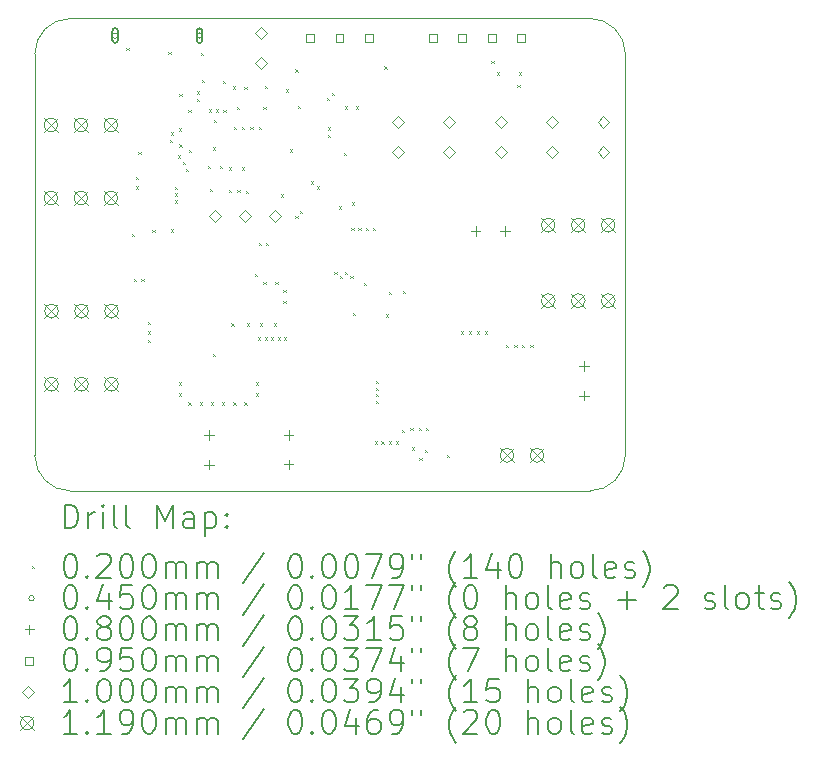
<source format=gbr>
%TF.GenerationSoftware,KiCad,Pcbnew,(6.0.7)*%
%TF.CreationDate,2022-10-27T11:43:51+02:00*%
%TF.ProjectId,hydCircCon,68796443-6972-4634-936f-6e2e6b696361,rev?*%
%TF.SameCoordinates,Original*%
%TF.FileFunction,Drillmap*%
%TF.FilePolarity,Positive*%
%FSLAX45Y45*%
G04 Gerber Fmt 4.5, Leading zero omitted, Abs format (unit mm)*
G04 Created by KiCad (PCBNEW (6.0.7)) date 2022-10-27 11:43:51*
%MOMM*%
%LPD*%
G01*
G04 APERTURE LIST*
%ADD10C,0.100000*%
%ADD11C,0.200000*%
%ADD12C,0.020000*%
%ADD13C,0.045000*%
%ADD14C,0.080000*%
%ADD15C,0.095000*%
%ADD16C,0.119000*%
G04 APERTURE END LIST*
D10*
X14825000Y-8950000D02*
X14825000Y-12350000D01*
X19525000Y-8650000D02*
X15125000Y-8650000D01*
X19825000Y-8950000D02*
X19825000Y-12350000D01*
X14825000Y-12350000D02*
G75*
G03*
X15125000Y-12650000I300000J0D01*
G01*
X19525000Y-12650000D02*
G75*
G03*
X19825000Y-12350000I0J300000D01*
G01*
X15125000Y-8650000D02*
G75*
G03*
X14825000Y-8950000I0J-300000D01*
G01*
X19825000Y-8950000D02*
G75*
G03*
X19525000Y-8650000I-300000J0D01*
G01*
X19525000Y-12650000D02*
X15125000Y-12650000D01*
D11*
D12*
X15600000Y-8900000D02*
X15620000Y-8920000D01*
X15620000Y-8900000D02*
X15600000Y-8920000D01*
X15645000Y-10475000D02*
X15665000Y-10495000D01*
X15665000Y-10475000D02*
X15645000Y-10495000D01*
X15665000Y-10855000D02*
X15685000Y-10875000D01*
X15685000Y-10855000D02*
X15665000Y-10875000D01*
X15678887Y-10071113D02*
X15698887Y-10091113D01*
X15698887Y-10071113D02*
X15678887Y-10091113D01*
X15680000Y-9990000D02*
X15700000Y-10010000D01*
X15700000Y-9990000D02*
X15680000Y-10010000D01*
X15700000Y-9780000D02*
X15720000Y-9800000D01*
X15720000Y-9780000D02*
X15700000Y-9800000D01*
X15727650Y-10855000D02*
X15747650Y-10875000D01*
X15747650Y-10855000D02*
X15727650Y-10875000D01*
X15780000Y-11220000D02*
X15800000Y-11240000D01*
X15800000Y-11220000D02*
X15780000Y-11240000D01*
X15780000Y-11300000D02*
X15800000Y-11320000D01*
X15800000Y-11300000D02*
X15780000Y-11320000D01*
X15780000Y-11370000D02*
X15800000Y-11390000D01*
X15800000Y-11370000D02*
X15780000Y-11390000D01*
X15820000Y-10440000D02*
X15840000Y-10460000D01*
X15840000Y-10440000D02*
X15820000Y-10460000D01*
X15955000Y-8930000D02*
X15975000Y-8950000D01*
X15975000Y-8930000D02*
X15955000Y-8950000D01*
X15970000Y-9680000D02*
X15990000Y-9700000D01*
X15990000Y-9680000D02*
X15970000Y-9700000D01*
X15975000Y-9615000D02*
X15995000Y-9635000D01*
X15995000Y-9615000D02*
X15975000Y-9635000D01*
X15975000Y-10435000D02*
X15995000Y-10455000D01*
X15995000Y-10435000D02*
X15975000Y-10455000D01*
X16010000Y-10074000D02*
X16030000Y-10094000D01*
X16030000Y-10074000D02*
X16010000Y-10094000D01*
X16010000Y-10130000D02*
X16030000Y-10150000D01*
X16030000Y-10130000D02*
X16010000Y-10150000D01*
X16010000Y-10190000D02*
X16030000Y-10210000D01*
X16030000Y-10190000D02*
X16010000Y-10210000D01*
X16035000Y-9810000D02*
X16055000Y-9830000D01*
X16055000Y-9810000D02*
X16035000Y-9830000D01*
X16045000Y-9580000D02*
X16065000Y-9600000D01*
X16065000Y-9580000D02*
X16045000Y-9600000D01*
X16045000Y-11730000D02*
X16065000Y-11750000D01*
X16065000Y-11730000D02*
X16045000Y-11750000D01*
X16045000Y-11825000D02*
X16065000Y-11845000D01*
X16065000Y-11825000D02*
X16045000Y-11845000D01*
X16050000Y-9290000D02*
X16070000Y-9310000D01*
X16070000Y-9290000D02*
X16050000Y-9310000D01*
X16050000Y-9715000D02*
X16070000Y-9735000D01*
X16070000Y-9715000D02*
X16050000Y-9735000D01*
X16079000Y-9861325D02*
X16099000Y-9881325D01*
X16099000Y-9861325D02*
X16079000Y-9881325D01*
X16104400Y-9922903D02*
X16124400Y-9942903D01*
X16124400Y-9922903D02*
X16104400Y-9942903D01*
X16125000Y-9425150D02*
X16145000Y-9445150D01*
X16145000Y-9425150D02*
X16125000Y-9445150D01*
X16125000Y-11900000D02*
X16145000Y-11920000D01*
X16145000Y-11900000D02*
X16125000Y-11920000D01*
X16130000Y-9760000D02*
X16150000Y-9780000D01*
X16150000Y-9760000D02*
X16130000Y-9780000D01*
X16195000Y-9265850D02*
X16215000Y-9285850D01*
X16215000Y-9265850D02*
X16195000Y-9285850D01*
X16195000Y-9328500D02*
X16215000Y-9348500D01*
X16215000Y-9328500D02*
X16195000Y-9348500D01*
X16220000Y-11900000D02*
X16240000Y-11920000D01*
X16240000Y-11900000D02*
X16220000Y-11920000D01*
X16230000Y-8940000D02*
X16250000Y-8960000D01*
X16250000Y-8940000D02*
X16230000Y-8960000D01*
X16240000Y-9170000D02*
X16260000Y-9190000D01*
X16260000Y-9170000D02*
X16240000Y-9190000D01*
X16290709Y-9899779D02*
X16310709Y-9919779D01*
X16310709Y-9899779D02*
X16290709Y-9919779D01*
X16297350Y-9420119D02*
X16317350Y-9440119D01*
X16317350Y-9420119D02*
X16297350Y-9440119D01*
X16305000Y-10090000D02*
X16325000Y-10110000D01*
X16325000Y-10090000D02*
X16305000Y-10110000D01*
X16315000Y-11900000D02*
X16335000Y-11920000D01*
X16335000Y-11900000D02*
X16315000Y-11920000D01*
X16330000Y-9740200D02*
X16350000Y-9760200D01*
X16350000Y-9740200D02*
X16330000Y-9760200D01*
X16330000Y-11490000D02*
X16350000Y-11510000D01*
X16350000Y-11490000D02*
X16330000Y-11510000D01*
X16339800Y-9510000D02*
X16359800Y-9530000D01*
X16359800Y-9510000D02*
X16339800Y-9530000D01*
X16360000Y-9420000D02*
X16380000Y-9440000D01*
X16380000Y-9420000D02*
X16360000Y-9440000D01*
X16390000Y-9900000D02*
X16410000Y-9920000D01*
X16410000Y-9900000D02*
X16390000Y-9920000D01*
X16410000Y-11900000D02*
X16430000Y-11920000D01*
X16430000Y-11900000D02*
X16410000Y-11920000D01*
X16415000Y-9180000D02*
X16435000Y-9200000D01*
X16435000Y-9180000D02*
X16415000Y-9200000D01*
X16422634Y-9421429D02*
X16442634Y-9441429D01*
X16442634Y-9421429D02*
X16422634Y-9441429D01*
X16470000Y-9910000D02*
X16490000Y-9930000D01*
X16490000Y-9910000D02*
X16470000Y-9930000D01*
X16470000Y-10100000D02*
X16490000Y-10120000D01*
X16490000Y-10100000D02*
X16470000Y-10120000D01*
X16490000Y-11230000D02*
X16510000Y-11250000D01*
X16510000Y-11230000D02*
X16490000Y-11250000D01*
X16500000Y-9225000D02*
X16520000Y-9245000D01*
X16520000Y-9225000D02*
X16500000Y-9245000D01*
X16505000Y-11900000D02*
X16525000Y-11920000D01*
X16525000Y-11900000D02*
X16505000Y-11920000D01*
X16510000Y-9570000D02*
X16530000Y-9590000D01*
X16530000Y-9570000D02*
X16510000Y-9590000D01*
X16537231Y-9397350D02*
X16557231Y-9417350D01*
X16557231Y-9397350D02*
X16537231Y-9417350D01*
X16540000Y-10099700D02*
X16560000Y-10119700D01*
X16560000Y-10099700D02*
X16540000Y-10119700D01*
X16580000Y-9570000D02*
X16600000Y-9590000D01*
X16600000Y-9570000D02*
X16580000Y-9590000D01*
X16580000Y-9910000D02*
X16600000Y-9930000D01*
X16600000Y-9910000D02*
X16580000Y-9930000D01*
X16600000Y-9230000D02*
X16620000Y-9250000D01*
X16620000Y-9230000D02*
X16600000Y-9250000D01*
X16600000Y-11900000D02*
X16620000Y-11920000D01*
X16620000Y-11900000D02*
X16600000Y-11920000D01*
X16610000Y-10110000D02*
X16630000Y-10130000D01*
X16630000Y-10110000D02*
X16610000Y-10130000D01*
X16620000Y-11230000D02*
X16640000Y-11250000D01*
X16640000Y-11230000D02*
X16620000Y-11250000D01*
X16650000Y-9570000D02*
X16670000Y-9590000D01*
X16670000Y-9570000D02*
X16650000Y-9590000D01*
X16690000Y-10810000D02*
X16710000Y-10830000D01*
X16710000Y-10810000D02*
X16690000Y-10830000D01*
X16695000Y-11730000D02*
X16715000Y-11750000D01*
X16715000Y-11730000D02*
X16695000Y-11750000D01*
X16695000Y-11825000D02*
X16715000Y-11845000D01*
X16715000Y-11825000D02*
X16695000Y-11845000D01*
X16715000Y-11350000D02*
X16735000Y-11370000D01*
X16735000Y-11350000D02*
X16715000Y-11370000D01*
X16720000Y-9570000D02*
X16740000Y-9590000D01*
X16740000Y-9570000D02*
X16720000Y-9590000D01*
X16720000Y-10550000D02*
X16740000Y-10570000D01*
X16740000Y-10550000D02*
X16720000Y-10570000D01*
X16730000Y-11230000D02*
X16750000Y-11250000D01*
X16750000Y-11230000D02*
X16730000Y-11250000D01*
X16760000Y-9397350D02*
X16780000Y-9417350D01*
X16780000Y-9397350D02*
X16760000Y-9417350D01*
X16760000Y-10880000D02*
X16780000Y-10900000D01*
X16780000Y-10880000D02*
X16760000Y-10900000D01*
X16770000Y-9220000D02*
X16790000Y-9240000D01*
X16790000Y-9220000D02*
X16770000Y-9240000D01*
X16770000Y-11350000D02*
X16790000Y-11370000D01*
X16790000Y-11350000D02*
X16770000Y-11370000D01*
X16780000Y-10550000D02*
X16800000Y-10570000D01*
X16800000Y-10550000D02*
X16780000Y-10570000D01*
X16825000Y-11350000D02*
X16845000Y-11370000D01*
X16845000Y-11350000D02*
X16825000Y-11370000D01*
X16850000Y-11230000D02*
X16870000Y-11250000D01*
X16870000Y-11230000D02*
X16850000Y-11250000D01*
X16860000Y-10880000D02*
X16880000Y-10900000D01*
X16880000Y-10880000D02*
X16860000Y-10900000D01*
X16880000Y-11350000D02*
X16900000Y-11370000D01*
X16900000Y-11350000D02*
X16880000Y-11370000D01*
X16908852Y-10138852D02*
X16928852Y-10158852D01*
X16928852Y-10138852D02*
X16908852Y-10158852D01*
X16930000Y-10950000D02*
X16950000Y-10970000D01*
X16950000Y-10950000D02*
X16930000Y-10970000D01*
X16930000Y-11040000D02*
X16950000Y-11060000D01*
X16950000Y-11040000D02*
X16930000Y-11060000D01*
X16935000Y-11350000D02*
X16955000Y-11370000D01*
X16955000Y-11350000D02*
X16935000Y-11370000D01*
X16950000Y-9250000D02*
X16970000Y-9270000D01*
X16970000Y-9250000D02*
X16950000Y-9270000D01*
X16982500Y-9757500D02*
X17002500Y-9777500D01*
X17002500Y-9757500D02*
X16982500Y-9777500D01*
X17030000Y-9080000D02*
X17050000Y-9100000D01*
X17050000Y-9080000D02*
X17030000Y-9100000D01*
X17030000Y-10320000D02*
X17050000Y-10340000D01*
X17050000Y-10320000D02*
X17030000Y-10340000D01*
X17051225Y-9391301D02*
X17071225Y-9411301D01*
X17071225Y-9391301D02*
X17051225Y-9411301D01*
X17070000Y-10280000D02*
X17090000Y-10300000D01*
X17090000Y-10280000D02*
X17070000Y-10300000D01*
X17160000Y-10028494D02*
X17180000Y-10048494D01*
X17180000Y-10028494D02*
X17160000Y-10048494D01*
X17212506Y-10072494D02*
X17232506Y-10092494D01*
X17232506Y-10072494D02*
X17212506Y-10092494D01*
X17300000Y-9320000D02*
X17320000Y-9340000D01*
X17320000Y-9320000D02*
X17300000Y-9340000D01*
X17305000Y-9572350D02*
X17325000Y-9592350D01*
X17325000Y-9572350D02*
X17305000Y-9592350D01*
X17305000Y-9635000D02*
X17325000Y-9655000D01*
X17325000Y-9635000D02*
X17305000Y-9655000D01*
X17340000Y-9280000D02*
X17360000Y-9300000D01*
X17360000Y-9280000D02*
X17340000Y-9300000D01*
X17360000Y-10795000D02*
X17380000Y-10815000D01*
X17380000Y-10795000D02*
X17360000Y-10815000D01*
X17400000Y-10241000D02*
X17420000Y-10261000D01*
X17420000Y-10241000D02*
X17400000Y-10261000D01*
X17405000Y-10830000D02*
X17425000Y-10850000D01*
X17425000Y-10830000D02*
X17405000Y-10850000D01*
X17440000Y-9790000D02*
X17460000Y-9810000D01*
X17460000Y-9790000D02*
X17440000Y-9810000D01*
X17450000Y-9395000D02*
X17470000Y-9415000D01*
X17470000Y-9395000D02*
X17450000Y-9415000D01*
X17450000Y-10795000D02*
X17470000Y-10815000D01*
X17470000Y-10795000D02*
X17450000Y-10815000D01*
X17495000Y-10830000D02*
X17515000Y-10850000D01*
X17515000Y-10830000D02*
X17495000Y-10850000D01*
X17505000Y-10420000D02*
X17525000Y-10440000D01*
X17525000Y-10420000D02*
X17505000Y-10440000D01*
X17510000Y-10206000D02*
X17530000Y-10226000D01*
X17530000Y-10206000D02*
X17510000Y-10226000D01*
X17520000Y-11145000D02*
X17540000Y-11165000D01*
X17540000Y-11145000D02*
X17520000Y-11165000D01*
X17545000Y-9395000D02*
X17565000Y-9415000D01*
X17565000Y-9395000D02*
X17545000Y-9415000D01*
X17565000Y-10420000D02*
X17585000Y-10440000D01*
X17585000Y-10420000D02*
X17565000Y-10440000D01*
X17612650Y-10890000D02*
X17632650Y-10910000D01*
X17632650Y-10890000D02*
X17612650Y-10910000D01*
X17625000Y-10420000D02*
X17645000Y-10440000D01*
X17645000Y-10420000D02*
X17625000Y-10440000D01*
X17685000Y-10420000D02*
X17705000Y-10440000D01*
X17705000Y-10420000D02*
X17685000Y-10440000D01*
X17702650Y-12230000D02*
X17722650Y-12250000D01*
X17722650Y-12230000D02*
X17702650Y-12250000D01*
X17710000Y-11720000D02*
X17730000Y-11740000D01*
X17730000Y-11720000D02*
X17710000Y-11740000D01*
X17710000Y-11775000D02*
X17730000Y-11795000D01*
X17730000Y-11775000D02*
X17710000Y-11795000D01*
X17710000Y-11830000D02*
X17730000Y-11850000D01*
X17730000Y-11830000D02*
X17710000Y-11850000D01*
X17710000Y-11885000D02*
X17730000Y-11905000D01*
X17730000Y-11885000D02*
X17710000Y-11905000D01*
X17760000Y-12230000D02*
X17780000Y-12250000D01*
X17780000Y-12230000D02*
X17760000Y-12250000D01*
X17785000Y-9056000D02*
X17805000Y-9076000D01*
X17805000Y-9056000D02*
X17785000Y-9076000D01*
X17795000Y-11155000D02*
X17815000Y-11175000D01*
X17815000Y-11155000D02*
X17795000Y-11175000D01*
X17820000Y-12230000D02*
X17840000Y-12250000D01*
X17840000Y-12230000D02*
X17820000Y-12250000D01*
X17825000Y-10965000D02*
X17845000Y-10985000D01*
X17845000Y-10965000D02*
X17825000Y-10985000D01*
X17880000Y-12230000D02*
X17900000Y-12250000D01*
X17900000Y-12230000D02*
X17880000Y-12250000D01*
X17935000Y-12135000D02*
X17955000Y-12155000D01*
X17955000Y-12135000D02*
X17935000Y-12155000D01*
X17940000Y-10955000D02*
X17960000Y-10975000D01*
X17960000Y-10955000D02*
X17940000Y-10975000D01*
X18005000Y-12115000D02*
X18025000Y-12135000D01*
X18025000Y-12115000D02*
X18005000Y-12135000D01*
X18015000Y-12280000D02*
X18035000Y-12300000D01*
X18035000Y-12280000D02*
X18015000Y-12300000D01*
X18075000Y-12115000D02*
X18095000Y-12135000D01*
X18095000Y-12115000D02*
X18075000Y-12135000D01*
X18080000Y-12370000D02*
X18100000Y-12390000D01*
X18100000Y-12370000D02*
X18080000Y-12390000D01*
X18129036Y-12301892D02*
X18149036Y-12321892D01*
X18149036Y-12301892D02*
X18129036Y-12321892D01*
X18135000Y-12115000D02*
X18155000Y-12135000D01*
X18155000Y-12115000D02*
X18135000Y-12135000D01*
X18315000Y-12345000D02*
X18335000Y-12365000D01*
X18335000Y-12345000D02*
X18315000Y-12365000D01*
X18430000Y-11300000D02*
X18450000Y-11320000D01*
X18450000Y-11300000D02*
X18430000Y-11320000D01*
X18500000Y-11300000D02*
X18520000Y-11320000D01*
X18520000Y-11300000D02*
X18500000Y-11320000D01*
X18565000Y-11300000D02*
X18585000Y-11320000D01*
X18585000Y-11300000D02*
X18565000Y-11320000D01*
X18635000Y-11300000D02*
X18655000Y-11320000D01*
X18655000Y-11300000D02*
X18635000Y-11320000D01*
X18690000Y-9010000D02*
X18710000Y-9030000D01*
X18710000Y-9010000D02*
X18690000Y-9030000D01*
X18737500Y-9107500D02*
X18757500Y-9127500D01*
X18757500Y-9107500D02*
X18737500Y-9127500D01*
X18815000Y-11415000D02*
X18835000Y-11435000D01*
X18835000Y-11415000D02*
X18815000Y-11435000D01*
X18885000Y-11415000D02*
X18905000Y-11435000D01*
X18905000Y-11415000D02*
X18885000Y-11435000D01*
X18910000Y-9210000D02*
X18930000Y-9230000D01*
X18930000Y-9210000D02*
X18910000Y-9230000D01*
X18922500Y-9107500D02*
X18942500Y-9127500D01*
X18942500Y-9107500D02*
X18922500Y-9127500D01*
X18950000Y-11415000D02*
X18970000Y-11435000D01*
X18970000Y-11415000D02*
X18950000Y-11435000D01*
X19020000Y-11415000D02*
X19040000Y-11435000D01*
X19040000Y-11415000D02*
X19020000Y-11435000D01*
D13*
X15527500Y-8795000D02*
G75*
G03*
X15527500Y-8795000I-22500J0D01*
G01*
D11*
X15527500Y-8835000D02*
X15527500Y-8755000D01*
X15482500Y-8835000D02*
X15482500Y-8755000D01*
X15527500Y-8755000D02*
G75*
G03*
X15482500Y-8755000I-22500J0D01*
G01*
X15482500Y-8835000D02*
G75*
G03*
X15527500Y-8835000I22500J0D01*
G01*
D13*
X16242500Y-8795000D02*
G75*
G03*
X16242500Y-8795000I-22500J0D01*
G01*
D11*
X16197500Y-8755000D02*
X16197500Y-8835000D01*
X16242500Y-8755000D02*
X16242500Y-8835000D01*
X16197500Y-8835000D02*
G75*
G03*
X16242500Y-8835000I22500J0D01*
G01*
X16242500Y-8755000D02*
G75*
G03*
X16197500Y-8755000I-22500J0D01*
G01*
D14*
X16300000Y-12136762D02*
X16300000Y-12216762D01*
X16260000Y-12176762D02*
X16340000Y-12176762D01*
X16300000Y-12386762D02*
X16300000Y-12466762D01*
X16260000Y-12426762D02*
X16340000Y-12426762D01*
X16975000Y-12135000D02*
X16975000Y-12215000D01*
X16935000Y-12175000D02*
X17015000Y-12175000D01*
X16975000Y-12385000D02*
X16975000Y-12465000D01*
X16935000Y-12425000D02*
X17015000Y-12425000D01*
X18556762Y-10410000D02*
X18556762Y-10490000D01*
X18516762Y-10450000D02*
X18596762Y-10450000D01*
X18806762Y-10410000D02*
X18806762Y-10490000D01*
X18766762Y-10450000D02*
X18846762Y-10450000D01*
X19475000Y-11553238D02*
X19475000Y-11633238D01*
X19435000Y-11593238D02*
X19515000Y-11593238D01*
X19475000Y-11803238D02*
X19475000Y-11883238D01*
X19435000Y-11843238D02*
X19515000Y-11843238D01*
D15*
X17188588Y-8848588D02*
X17188588Y-8781412D01*
X17121412Y-8781412D01*
X17121412Y-8848588D01*
X17188588Y-8848588D01*
X17438588Y-8848588D02*
X17438588Y-8781412D01*
X17371412Y-8781412D01*
X17371412Y-8848588D01*
X17438588Y-8848588D01*
X17688588Y-8848588D02*
X17688588Y-8781412D01*
X17621412Y-8781412D01*
X17621412Y-8848588D01*
X17688588Y-8848588D01*
X18228588Y-8848588D02*
X18228588Y-8781412D01*
X18161412Y-8781412D01*
X18161412Y-8848588D01*
X18228588Y-8848588D01*
X18478588Y-8848588D02*
X18478588Y-8781412D01*
X18411412Y-8781412D01*
X18411412Y-8848588D01*
X18478588Y-8848588D01*
X18728588Y-8848588D02*
X18728588Y-8781412D01*
X18661412Y-8781412D01*
X18661412Y-8848588D01*
X18728588Y-8848588D01*
X18978588Y-8848588D02*
X18978588Y-8781412D01*
X18911412Y-8781412D01*
X18911412Y-8848588D01*
X18978588Y-8848588D01*
D10*
X16352500Y-10375000D02*
X16402500Y-10325000D01*
X16352500Y-10275000D01*
X16302500Y-10325000D01*
X16352500Y-10375000D01*
X16606500Y-10375000D02*
X16656500Y-10325000D01*
X16606500Y-10275000D01*
X16556500Y-10325000D01*
X16606500Y-10375000D01*
X16742500Y-8825000D02*
X16792500Y-8775000D01*
X16742500Y-8725000D01*
X16692500Y-8775000D01*
X16742500Y-8825000D01*
X16742500Y-9079000D02*
X16792500Y-9029000D01*
X16742500Y-8979000D01*
X16692500Y-9029000D01*
X16742500Y-9079000D01*
X16860500Y-10375000D02*
X16910500Y-10325000D01*
X16860500Y-10275000D01*
X16810500Y-10325000D01*
X16860500Y-10375000D01*
X17900000Y-9580000D02*
X17950000Y-9530000D01*
X17900000Y-9480000D01*
X17850000Y-9530000D01*
X17900000Y-9580000D01*
X17900000Y-9830000D02*
X17950000Y-9780000D01*
X17900000Y-9730000D01*
X17850000Y-9780000D01*
X17900000Y-9830000D01*
X18335000Y-9580000D02*
X18385000Y-9530000D01*
X18335000Y-9480000D01*
X18285000Y-9530000D01*
X18335000Y-9580000D01*
X18335000Y-9830000D02*
X18385000Y-9780000D01*
X18335000Y-9730000D01*
X18285000Y-9780000D01*
X18335000Y-9830000D01*
X18770000Y-9580000D02*
X18820000Y-9530000D01*
X18770000Y-9480000D01*
X18720000Y-9530000D01*
X18770000Y-9580000D01*
X18770000Y-9830000D02*
X18820000Y-9780000D01*
X18770000Y-9730000D01*
X18720000Y-9780000D01*
X18770000Y-9830000D01*
X19205000Y-9580000D02*
X19255000Y-9530000D01*
X19205000Y-9480000D01*
X19155000Y-9530000D01*
X19205000Y-9580000D01*
X19205000Y-9830000D02*
X19255000Y-9780000D01*
X19205000Y-9730000D01*
X19155000Y-9780000D01*
X19205000Y-9830000D01*
X19640000Y-9580000D02*
X19690000Y-9530000D01*
X19640000Y-9480000D01*
X19590000Y-9530000D01*
X19640000Y-9580000D01*
X19640000Y-9830000D02*
X19690000Y-9780000D01*
X19640000Y-9730000D01*
X19590000Y-9780000D01*
X19640000Y-9830000D01*
D16*
X14901500Y-9492500D02*
X15020500Y-9611500D01*
X15020500Y-9492500D02*
X14901500Y-9611500D01*
X15020500Y-9552000D02*
G75*
G03*
X15020500Y-9552000I-59500J0D01*
G01*
X14901500Y-10110500D02*
X15020500Y-10229500D01*
X15020500Y-10110500D02*
X14901500Y-10229500D01*
X15020500Y-10170000D02*
G75*
G03*
X15020500Y-10170000I-59500J0D01*
G01*
X14906500Y-11067500D02*
X15025500Y-11186500D01*
X15025500Y-11067500D02*
X14906500Y-11186500D01*
X15025500Y-11127000D02*
G75*
G03*
X15025500Y-11127000I-59500J0D01*
G01*
X14906500Y-11687500D02*
X15025500Y-11806500D01*
X15025500Y-11687500D02*
X14906500Y-11806500D01*
X15025500Y-11747000D02*
G75*
G03*
X15025500Y-11747000I-59500J0D01*
G01*
X15155500Y-9492500D02*
X15274500Y-9611500D01*
X15274500Y-9492500D02*
X15155500Y-9611500D01*
X15274500Y-9552000D02*
G75*
G03*
X15274500Y-9552000I-59500J0D01*
G01*
X15155500Y-10110500D02*
X15274500Y-10229500D01*
X15274500Y-10110500D02*
X15155500Y-10229500D01*
X15274500Y-10170000D02*
G75*
G03*
X15274500Y-10170000I-59500J0D01*
G01*
X15160500Y-11067500D02*
X15279500Y-11186500D01*
X15279500Y-11067500D02*
X15160500Y-11186500D01*
X15279500Y-11127000D02*
G75*
G03*
X15279500Y-11127000I-59500J0D01*
G01*
X15160500Y-11687500D02*
X15279500Y-11806500D01*
X15279500Y-11687500D02*
X15160500Y-11806500D01*
X15279500Y-11747000D02*
G75*
G03*
X15279500Y-11747000I-59500J0D01*
G01*
X15409500Y-9492500D02*
X15528500Y-9611500D01*
X15528500Y-9492500D02*
X15409500Y-9611500D01*
X15528500Y-9552000D02*
G75*
G03*
X15528500Y-9552000I-59500J0D01*
G01*
X15409500Y-10110500D02*
X15528500Y-10229500D01*
X15528500Y-10110500D02*
X15409500Y-10229500D01*
X15528500Y-10170000D02*
G75*
G03*
X15528500Y-10170000I-59500J0D01*
G01*
X15414500Y-11067500D02*
X15533500Y-11186500D01*
X15533500Y-11067500D02*
X15414500Y-11186500D01*
X15533500Y-11127000D02*
G75*
G03*
X15533500Y-11127000I-59500J0D01*
G01*
X15414500Y-11687500D02*
X15533500Y-11806500D01*
X15533500Y-11687500D02*
X15414500Y-11806500D01*
X15533500Y-11747000D02*
G75*
G03*
X15533500Y-11747000I-59500J0D01*
G01*
X18763500Y-12288500D02*
X18882500Y-12407500D01*
X18882500Y-12288500D02*
X18763500Y-12407500D01*
X18882500Y-12348000D02*
G75*
G03*
X18882500Y-12348000I-59500J0D01*
G01*
X19017500Y-12288500D02*
X19136500Y-12407500D01*
X19136500Y-12288500D02*
X19017500Y-12407500D01*
X19136500Y-12348000D02*
G75*
G03*
X19136500Y-12348000I-59500J0D01*
G01*
X19111500Y-10340500D02*
X19230500Y-10459500D01*
X19230500Y-10340500D02*
X19111500Y-10459500D01*
X19230500Y-10400000D02*
G75*
G03*
X19230500Y-10400000I-59500J0D01*
G01*
X19111500Y-10980500D02*
X19230500Y-11099500D01*
X19230500Y-10980500D02*
X19111500Y-11099500D01*
X19230500Y-11040000D02*
G75*
G03*
X19230500Y-11040000I-59500J0D01*
G01*
X19365500Y-10340500D02*
X19484500Y-10459500D01*
X19484500Y-10340500D02*
X19365500Y-10459500D01*
X19484500Y-10400000D02*
G75*
G03*
X19484500Y-10400000I-59500J0D01*
G01*
X19365500Y-10980500D02*
X19484500Y-11099500D01*
X19484500Y-10980500D02*
X19365500Y-11099500D01*
X19484500Y-11040000D02*
G75*
G03*
X19484500Y-11040000I-59500J0D01*
G01*
X19619500Y-10340500D02*
X19738500Y-10459500D01*
X19738500Y-10340500D02*
X19619500Y-10459500D01*
X19738500Y-10400000D02*
G75*
G03*
X19738500Y-10400000I-59500J0D01*
G01*
X19619500Y-10980500D02*
X19738500Y-11099500D01*
X19738500Y-10980500D02*
X19619500Y-11099500D01*
X19738500Y-11040000D02*
G75*
G03*
X19738500Y-11040000I-59500J0D01*
G01*
D11*
X15077619Y-12965476D02*
X15077619Y-12765476D01*
X15125238Y-12765476D01*
X15153809Y-12775000D01*
X15172857Y-12794048D01*
X15182381Y-12813095D01*
X15191905Y-12851190D01*
X15191905Y-12879762D01*
X15182381Y-12917857D01*
X15172857Y-12936905D01*
X15153809Y-12955952D01*
X15125238Y-12965476D01*
X15077619Y-12965476D01*
X15277619Y-12965476D02*
X15277619Y-12832143D01*
X15277619Y-12870238D02*
X15287143Y-12851190D01*
X15296667Y-12841667D01*
X15315714Y-12832143D01*
X15334762Y-12832143D01*
X15401428Y-12965476D02*
X15401428Y-12832143D01*
X15401428Y-12765476D02*
X15391905Y-12775000D01*
X15401428Y-12784524D01*
X15410952Y-12775000D01*
X15401428Y-12765476D01*
X15401428Y-12784524D01*
X15525238Y-12965476D02*
X15506190Y-12955952D01*
X15496667Y-12936905D01*
X15496667Y-12765476D01*
X15630000Y-12965476D02*
X15610952Y-12955952D01*
X15601428Y-12936905D01*
X15601428Y-12765476D01*
X15858571Y-12965476D02*
X15858571Y-12765476D01*
X15925238Y-12908333D01*
X15991905Y-12765476D01*
X15991905Y-12965476D01*
X16172857Y-12965476D02*
X16172857Y-12860714D01*
X16163333Y-12841667D01*
X16144286Y-12832143D01*
X16106190Y-12832143D01*
X16087143Y-12841667D01*
X16172857Y-12955952D02*
X16153809Y-12965476D01*
X16106190Y-12965476D01*
X16087143Y-12955952D01*
X16077619Y-12936905D01*
X16077619Y-12917857D01*
X16087143Y-12898809D01*
X16106190Y-12889286D01*
X16153809Y-12889286D01*
X16172857Y-12879762D01*
X16268095Y-12832143D02*
X16268095Y-13032143D01*
X16268095Y-12841667D02*
X16287143Y-12832143D01*
X16325238Y-12832143D01*
X16344286Y-12841667D01*
X16353809Y-12851190D01*
X16363333Y-12870238D01*
X16363333Y-12927381D01*
X16353809Y-12946428D01*
X16344286Y-12955952D01*
X16325238Y-12965476D01*
X16287143Y-12965476D01*
X16268095Y-12955952D01*
X16449048Y-12946428D02*
X16458571Y-12955952D01*
X16449048Y-12965476D01*
X16439524Y-12955952D01*
X16449048Y-12946428D01*
X16449048Y-12965476D01*
X16449048Y-12841667D02*
X16458571Y-12851190D01*
X16449048Y-12860714D01*
X16439524Y-12851190D01*
X16449048Y-12841667D01*
X16449048Y-12860714D01*
D12*
X14800000Y-13285000D02*
X14820000Y-13305000D01*
X14820000Y-13285000D02*
X14800000Y-13305000D01*
D11*
X15115714Y-13185476D02*
X15134762Y-13185476D01*
X15153809Y-13195000D01*
X15163333Y-13204524D01*
X15172857Y-13223571D01*
X15182381Y-13261667D01*
X15182381Y-13309286D01*
X15172857Y-13347381D01*
X15163333Y-13366428D01*
X15153809Y-13375952D01*
X15134762Y-13385476D01*
X15115714Y-13385476D01*
X15096667Y-13375952D01*
X15087143Y-13366428D01*
X15077619Y-13347381D01*
X15068095Y-13309286D01*
X15068095Y-13261667D01*
X15077619Y-13223571D01*
X15087143Y-13204524D01*
X15096667Y-13195000D01*
X15115714Y-13185476D01*
X15268095Y-13366428D02*
X15277619Y-13375952D01*
X15268095Y-13385476D01*
X15258571Y-13375952D01*
X15268095Y-13366428D01*
X15268095Y-13385476D01*
X15353809Y-13204524D02*
X15363333Y-13195000D01*
X15382381Y-13185476D01*
X15430000Y-13185476D01*
X15449048Y-13195000D01*
X15458571Y-13204524D01*
X15468095Y-13223571D01*
X15468095Y-13242619D01*
X15458571Y-13271190D01*
X15344286Y-13385476D01*
X15468095Y-13385476D01*
X15591905Y-13185476D02*
X15610952Y-13185476D01*
X15630000Y-13195000D01*
X15639524Y-13204524D01*
X15649048Y-13223571D01*
X15658571Y-13261667D01*
X15658571Y-13309286D01*
X15649048Y-13347381D01*
X15639524Y-13366428D01*
X15630000Y-13375952D01*
X15610952Y-13385476D01*
X15591905Y-13385476D01*
X15572857Y-13375952D01*
X15563333Y-13366428D01*
X15553809Y-13347381D01*
X15544286Y-13309286D01*
X15544286Y-13261667D01*
X15553809Y-13223571D01*
X15563333Y-13204524D01*
X15572857Y-13195000D01*
X15591905Y-13185476D01*
X15782381Y-13185476D02*
X15801428Y-13185476D01*
X15820476Y-13195000D01*
X15830000Y-13204524D01*
X15839524Y-13223571D01*
X15849048Y-13261667D01*
X15849048Y-13309286D01*
X15839524Y-13347381D01*
X15830000Y-13366428D01*
X15820476Y-13375952D01*
X15801428Y-13385476D01*
X15782381Y-13385476D01*
X15763333Y-13375952D01*
X15753809Y-13366428D01*
X15744286Y-13347381D01*
X15734762Y-13309286D01*
X15734762Y-13261667D01*
X15744286Y-13223571D01*
X15753809Y-13204524D01*
X15763333Y-13195000D01*
X15782381Y-13185476D01*
X15934762Y-13385476D02*
X15934762Y-13252143D01*
X15934762Y-13271190D02*
X15944286Y-13261667D01*
X15963333Y-13252143D01*
X15991905Y-13252143D01*
X16010952Y-13261667D01*
X16020476Y-13280714D01*
X16020476Y-13385476D01*
X16020476Y-13280714D02*
X16030000Y-13261667D01*
X16049048Y-13252143D01*
X16077619Y-13252143D01*
X16096667Y-13261667D01*
X16106190Y-13280714D01*
X16106190Y-13385476D01*
X16201428Y-13385476D02*
X16201428Y-13252143D01*
X16201428Y-13271190D02*
X16210952Y-13261667D01*
X16230000Y-13252143D01*
X16258571Y-13252143D01*
X16277619Y-13261667D01*
X16287143Y-13280714D01*
X16287143Y-13385476D01*
X16287143Y-13280714D02*
X16296667Y-13261667D01*
X16315714Y-13252143D01*
X16344286Y-13252143D01*
X16363333Y-13261667D01*
X16372857Y-13280714D01*
X16372857Y-13385476D01*
X16763333Y-13175952D02*
X16591905Y-13433095D01*
X17020476Y-13185476D02*
X17039524Y-13185476D01*
X17058571Y-13195000D01*
X17068095Y-13204524D01*
X17077619Y-13223571D01*
X17087143Y-13261667D01*
X17087143Y-13309286D01*
X17077619Y-13347381D01*
X17068095Y-13366428D01*
X17058571Y-13375952D01*
X17039524Y-13385476D01*
X17020476Y-13385476D01*
X17001429Y-13375952D01*
X16991905Y-13366428D01*
X16982381Y-13347381D01*
X16972857Y-13309286D01*
X16972857Y-13261667D01*
X16982381Y-13223571D01*
X16991905Y-13204524D01*
X17001429Y-13195000D01*
X17020476Y-13185476D01*
X17172857Y-13366428D02*
X17182381Y-13375952D01*
X17172857Y-13385476D01*
X17163333Y-13375952D01*
X17172857Y-13366428D01*
X17172857Y-13385476D01*
X17306190Y-13185476D02*
X17325238Y-13185476D01*
X17344286Y-13195000D01*
X17353810Y-13204524D01*
X17363333Y-13223571D01*
X17372857Y-13261667D01*
X17372857Y-13309286D01*
X17363333Y-13347381D01*
X17353810Y-13366428D01*
X17344286Y-13375952D01*
X17325238Y-13385476D01*
X17306190Y-13385476D01*
X17287143Y-13375952D01*
X17277619Y-13366428D01*
X17268095Y-13347381D01*
X17258571Y-13309286D01*
X17258571Y-13261667D01*
X17268095Y-13223571D01*
X17277619Y-13204524D01*
X17287143Y-13195000D01*
X17306190Y-13185476D01*
X17496667Y-13185476D02*
X17515714Y-13185476D01*
X17534762Y-13195000D01*
X17544286Y-13204524D01*
X17553810Y-13223571D01*
X17563333Y-13261667D01*
X17563333Y-13309286D01*
X17553810Y-13347381D01*
X17544286Y-13366428D01*
X17534762Y-13375952D01*
X17515714Y-13385476D01*
X17496667Y-13385476D01*
X17477619Y-13375952D01*
X17468095Y-13366428D01*
X17458571Y-13347381D01*
X17449048Y-13309286D01*
X17449048Y-13261667D01*
X17458571Y-13223571D01*
X17468095Y-13204524D01*
X17477619Y-13195000D01*
X17496667Y-13185476D01*
X17630000Y-13185476D02*
X17763333Y-13185476D01*
X17677619Y-13385476D01*
X17849048Y-13385476D02*
X17887143Y-13385476D01*
X17906190Y-13375952D01*
X17915714Y-13366428D01*
X17934762Y-13337857D01*
X17944286Y-13299762D01*
X17944286Y-13223571D01*
X17934762Y-13204524D01*
X17925238Y-13195000D01*
X17906190Y-13185476D01*
X17868095Y-13185476D01*
X17849048Y-13195000D01*
X17839524Y-13204524D01*
X17830000Y-13223571D01*
X17830000Y-13271190D01*
X17839524Y-13290238D01*
X17849048Y-13299762D01*
X17868095Y-13309286D01*
X17906190Y-13309286D01*
X17925238Y-13299762D01*
X17934762Y-13290238D01*
X17944286Y-13271190D01*
X18020476Y-13185476D02*
X18020476Y-13223571D01*
X18096667Y-13185476D02*
X18096667Y-13223571D01*
X18391905Y-13461667D02*
X18382381Y-13452143D01*
X18363333Y-13423571D01*
X18353810Y-13404524D01*
X18344286Y-13375952D01*
X18334762Y-13328333D01*
X18334762Y-13290238D01*
X18344286Y-13242619D01*
X18353810Y-13214048D01*
X18363333Y-13195000D01*
X18382381Y-13166428D01*
X18391905Y-13156905D01*
X18572857Y-13385476D02*
X18458571Y-13385476D01*
X18515714Y-13385476D02*
X18515714Y-13185476D01*
X18496667Y-13214048D01*
X18477619Y-13233095D01*
X18458571Y-13242619D01*
X18744286Y-13252143D02*
X18744286Y-13385476D01*
X18696667Y-13175952D02*
X18649048Y-13318809D01*
X18772857Y-13318809D01*
X18887143Y-13185476D02*
X18906190Y-13185476D01*
X18925238Y-13195000D01*
X18934762Y-13204524D01*
X18944286Y-13223571D01*
X18953810Y-13261667D01*
X18953810Y-13309286D01*
X18944286Y-13347381D01*
X18934762Y-13366428D01*
X18925238Y-13375952D01*
X18906190Y-13385476D01*
X18887143Y-13385476D01*
X18868095Y-13375952D01*
X18858571Y-13366428D01*
X18849048Y-13347381D01*
X18839524Y-13309286D01*
X18839524Y-13261667D01*
X18849048Y-13223571D01*
X18858571Y-13204524D01*
X18868095Y-13195000D01*
X18887143Y-13185476D01*
X19191905Y-13385476D02*
X19191905Y-13185476D01*
X19277619Y-13385476D02*
X19277619Y-13280714D01*
X19268095Y-13261667D01*
X19249048Y-13252143D01*
X19220476Y-13252143D01*
X19201429Y-13261667D01*
X19191905Y-13271190D01*
X19401429Y-13385476D02*
X19382381Y-13375952D01*
X19372857Y-13366428D01*
X19363333Y-13347381D01*
X19363333Y-13290238D01*
X19372857Y-13271190D01*
X19382381Y-13261667D01*
X19401429Y-13252143D01*
X19430000Y-13252143D01*
X19449048Y-13261667D01*
X19458571Y-13271190D01*
X19468095Y-13290238D01*
X19468095Y-13347381D01*
X19458571Y-13366428D01*
X19449048Y-13375952D01*
X19430000Y-13385476D01*
X19401429Y-13385476D01*
X19582381Y-13385476D02*
X19563333Y-13375952D01*
X19553810Y-13356905D01*
X19553810Y-13185476D01*
X19734762Y-13375952D02*
X19715714Y-13385476D01*
X19677619Y-13385476D01*
X19658571Y-13375952D01*
X19649048Y-13356905D01*
X19649048Y-13280714D01*
X19658571Y-13261667D01*
X19677619Y-13252143D01*
X19715714Y-13252143D01*
X19734762Y-13261667D01*
X19744286Y-13280714D01*
X19744286Y-13299762D01*
X19649048Y-13318809D01*
X19820476Y-13375952D02*
X19839524Y-13385476D01*
X19877619Y-13385476D01*
X19896667Y-13375952D01*
X19906190Y-13356905D01*
X19906190Y-13347381D01*
X19896667Y-13328333D01*
X19877619Y-13318809D01*
X19849048Y-13318809D01*
X19830000Y-13309286D01*
X19820476Y-13290238D01*
X19820476Y-13280714D01*
X19830000Y-13261667D01*
X19849048Y-13252143D01*
X19877619Y-13252143D01*
X19896667Y-13261667D01*
X19972857Y-13461667D02*
X19982381Y-13452143D01*
X20001429Y-13423571D01*
X20010952Y-13404524D01*
X20020476Y-13375952D01*
X20030000Y-13328333D01*
X20030000Y-13290238D01*
X20020476Y-13242619D01*
X20010952Y-13214048D01*
X20001429Y-13195000D01*
X19982381Y-13166428D01*
X19972857Y-13156905D01*
D13*
X14820000Y-13559000D02*
G75*
G03*
X14820000Y-13559000I-22500J0D01*
G01*
D11*
X15115714Y-13449476D02*
X15134762Y-13449476D01*
X15153809Y-13459000D01*
X15163333Y-13468524D01*
X15172857Y-13487571D01*
X15182381Y-13525667D01*
X15182381Y-13573286D01*
X15172857Y-13611381D01*
X15163333Y-13630428D01*
X15153809Y-13639952D01*
X15134762Y-13649476D01*
X15115714Y-13649476D01*
X15096667Y-13639952D01*
X15087143Y-13630428D01*
X15077619Y-13611381D01*
X15068095Y-13573286D01*
X15068095Y-13525667D01*
X15077619Y-13487571D01*
X15087143Y-13468524D01*
X15096667Y-13459000D01*
X15115714Y-13449476D01*
X15268095Y-13630428D02*
X15277619Y-13639952D01*
X15268095Y-13649476D01*
X15258571Y-13639952D01*
X15268095Y-13630428D01*
X15268095Y-13649476D01*
X15449048Y-13516143D02*
X15449048Y-13649476D01*
X15401428Y-13439952D02*
X15353809Y-13582809D01*
X15477619Y-13582809D01*
X15649048Y-13449476D02*
X15553809Y-13449476D01*
X15544286Y-13544714D01*
X15553809Y-13535190D01*
X15572857Y-13525667D01*
X15620476Y-13525667D01*
X15639524Y-13535190D01*
X15649048Y-13544714D01*
X15658571Y-13563762D01*
X15658571Y-13611381D01*
X15649048Y-13630428D01*
X15639524Y-13639952D01*
X15620476Y-13649476D01*
X15572857Y-13649476D01*
X15553809Y-13639952D01*
X15544286Y-13630428D01*
X15782381Y-13449476D02*
X15801428Y-13449476D01*
X15820476Y-13459000D01*
X15830000Y-13468524D01*
X15839524Y-13487571D01*
X15849048Y-13525667D01*
X15849048Y-13573286D01*
X15839524Y-13611381D01*
X15830000Y-13630428D01*
X15820476Y-13639952D01*
X15801428Y-13649476D01*
X15782381Y-13649476D01*
X15763333Y-13639952D01*
X15753809Y-13630428D01*
X15744286Y-13611381D01*
X15734762Y-13573286D01*
X15734762Y-13525667D01*
X15744286Y-13487571D01*
X15753809Y-13468524D01*
X15763333Y-13459000D01*
X15782381Y-13449476D01*
X15934762Y-13649476D02*
X15934762Y-13516143D01*
X15934762Y-13535190D02*
X15944286Y-13525667D01*
X15963333Y-13516143D01*
X15991905Y-13516143D01*
X16010952Y-13525667D01*
X16020476Y-13544714D01*
X16020476Y-13649476D01*
X16020476Y-13544714D02*
X16030000Y-13525667D01*
X16049048Y-13516143D01*
X16077619Y-13516143D01*
X16096667Y-13525667D01*
X16106190Y-13544714D01*
X16106190Y-13649476D01*
X16201428Y-13649476D02*
X16201428Y-13516143D01*
X16201428Y-13535190D02*
X16210952Y-13525667D01*
X16230000Y-13516143D01*
X16258571Y-13516143D01*
X16277619Y-13525667D01*
X16287143Y-13544714D01*
X16287143Y-13649476D01*
X16287143Y-13544714D02*
X16296667Y-13525667D01*
X16315714Y-13516143D01*
X16344286Y-13516143D01*
X16363333Y-13525667D01*
X16372857Y-13544714D01*
X16372857Y-13649476D01*
X16763333Y-13439952D02*
X16591905Y-13697095D01*
X17020476Y-13449476D02*
X17039524Y-13449476D01*
X17058571Y-13459000D01*
X17068095Y-13468524D01*
X17077619Y-13487571D01*
X17087143Y-13525667D01*
X17087143Y-13573286D01*
X17077619Y-13611381D01*
X17068095Y-13630428D01*
X17058571Y-13639952D01*
X17039524Y-13649476D01*
X17020476Y-13649476D01*
X17001429Y-13639952D01*
X16991905Y-13630428D01*
X16982381Y-13611381D01*
X16972857Y-13573286D01*
X16972857Y-13525667D01*
X16982381Y-13487571D01*
X16991905Y-13468524D01*
X17001429Y-13459000D01*
X17020476Y-13449476D01*
X17172857Y-13630428D02*
X17182381Y-13639952D01*
X17172857Y-13649476D01*
X17163333Y-13639952D01*
X17172857Y-13630428D01*
X17172857Y-13649476D01*
X17306190Y-13449476D02*
X17325238Y-13449476D01*
X17344286Y-13459000D01*
X17353810Y-13468524D01*
X17363333Y-13487571D01*
X17372857Y-13525667D01*
X17372857Y-13573286D01*
X17363333Y-13611381D01*
X17353810Y-13630428D01*
X17344286Y-13639952D01*
X17325238Y-13649476D01*
X17306190Y-13649476D01*
X17287143Y-13639952D01*
X17277619Y-13630428D01*
X17268095Y-13611381D01*
X17258571Y-13573286D01*
X17258571Y-13525667D01*
X17268095Y-13487571D01*
X17277619Y-13468524D01*
X17287143Y-13459000D01*
X17306190Y-13449476D01*
X17563333Y-13649476D02*
X17449048Y-13649476D01*
X17506190Y-13649476D02*
X17506190Y-13449476D01*
X17487143Y-13478048D01*
X17468095Y-13497095D01*
X17449048Y-13506619D01*
X17630000Y-13449476D02*
X17763333Y-13449476D01*
X17677619Y-13649476D01*
X17820476Y-13449476D02*
X17953810Y-13449476D01*
X17868095Y-13649476D01*
X18020476Y-13449476D02*
X18020476Y-13487571D01*
X18096667Y-13449476D02*
X18096667Y-13487571D01*
X18391905Y-13725667D02*
X18382381Y-13716143D01*
X18363333Y-13687571D01*
X18353810Y-13668524D01*
X18344286Y-13639952D01*
X18334762Y-13592333D01*
X18334762Y-13554238D01*
X18344286Y-13506619D01*
X18353810Y-13478048D01*
X18363333Y-13459000D01*
X18382381Y-13430428D01*
X18391905Y-13420905D01*
X18506190Y-13449476D02*
X18525238Y-13449476D01*
X18544286Y-13459000D01*
X18553810Y-13468524D01*
X18563333Y-13487571D01*
X18572857Y-13525667D01*
X18572857Y-13573286D01*
X18563333Y-13611381D01*
X18553810Y-13630428D01*
X18544286Y-13639952D01*
X18525238Y-13649476D01*
X18506190Y-13649476D01*
X18487143Y-13639952D01*
X18477619Y-13630428D01*
X18468095Y-13611381D01*
X18458571Y-13573286D01*
X18458571Y-13525667D01*
X18468095Y-13487571D01*
X18477619Y-13468524D01*
X18487143Y-13459000D01*
X18506190Y-13449476D01*
X18810952Y-13649476D02*
X18810952Y-13449476D01*
X18896667Y-13649476D02*
X18896667Y-13544714D01*
X18887143Y-13525667D01*
X18868095Y-13516143D01*
X18839524Y-13516143D01*
X18820476Y-13525667D01*
X18810952Y-13535190D01*
X19020476Y-13649476D02*
X19001429Y-13639952D01*
X18991905Y-13630428D01*
X18982381Y-13611381D01*
X18982381Y-13554238D01*
X18991905Y-13535190D01*
X19001429Y-13525667D01*
X19020476Y-13516143D01*
X19049048Y-13516143D01*
X19068095Y-13525667D01*
X19077619Y-13535190D01*
X19087143Y-13554238D01*
X19087143Y-13611381D01*
X19077619Y-13630428D01*
X19068095Y-13639952D01*
X19049048Y-13649476D01*
X19020476Y-13649476D01*
X19201429Y-13649476D02*
X19182381Y-13639952D01*
X19172857Y-13620905D01*
X19172857Y-13449476D01*
X19353810Y-13639952D02*
X19334762Y-13649476D01*
X19296667Y-13649476D01*
X19277619Y-13639952D01*
X19268095Y-13620905D01*
X19268095Y-13544714D01*
X19277619Y-13525667D01*
X19296667Y-13516143D01*
X19334762Y-13516143D01*
X19353810Y-13525667D01*
X19363333Y-13544714D01*
X19363333Y-13563762D01*
X19268095Y-13582809D01*
X19439524Y-13639952D02*
X19458571Y-13649476D01*
X19496667Y-13649476D01*
X19515714Y-13639952D01*
X19525238Y-13620905D01*
X19525238Y-13611381D01*
X19515714Y-13592333D01*
X19496667Y-13582809D01*
X19468095Y-13582809D01*
X19449048Y-13573286D01*
X19439524Y-13554238D01*
X19439524Y-13544714D01*
X19449048Y-13525667D01*
X19468095Y-13516143D01*
X19496667Y-13516143D01*
X19515714Y-13525667D01*
X19763333Y-13573286D02*
X19915714Y-13573286D01*
X19839524Y-13649476D02*
X19839524Y-13497095D01*
X20153810Y-13468524D02*
X20163333Y-13459000D01*
X20182381Y-13449476D01*
X20230000Y-13449476D01*
X20249048Y-13459000D01*
X20258571Y-13468524D01*
X20268095Y-13487571D01*
X20268095Y-13506619D01*
X20258571Y-13535190D01*
X20144286Y-13649476D01*
X20268095Y-13649476D01*
X20496667Y-13639952D02*
X20515714Y-13649476D01*
X20553810Y-13649476D01*
X20572857Y-13639952D01*
X20582381Y-13620905D01*
X20582381Y-13611381D01*
X20572857Y-13592333D01*
X20553810Y-13582809D01*
X20525238Y-13582809D01*
X20506190Y-13573286D01*
X20496667Y-13554238D01*
X20496667Y-13544714D01*
X20506190Y-13525667D01*
X20525238Y-13516143D01*
X20553810Y-13516143D01*
X20572857Y-13525667D01*
X20696667Y-13649476D02*
X20677619Y-13639952D01*
X20668095Y-13620905D01*
X20668095Y-13449476D01*
X20801429Y-13649476D02*
X20782381Y-13639952D01*
X20772857Y-13630428D01*
X20763333Y-13611381D01*
X20763333Y-13554238D01*
X20772857Y-13535190D01*
X20782381Y-13525667D01*
X20801429Y-13516143D01*
X20830000Y-13516143D01*
X20849048Y-13525667D01*
X20858571Y-13535190D01*
X20868095Y-13554238D01*
X20868095Y-13611381D01*
X20858571Y-13630428D01*
X20849048Y-13639952D01*
X20830000Y-13649476D01*
X20801429Y-13649476D01*
X20925238Y-13516143D02*
X21001429Y-13516143D01*
X20953810Y-13449476D02*
X20953810Y-13620905D01*
X20963333Y-13639952D01*
X20982381Y-13649476D01*
X21001429Y-13649476D01*
X21058571Y-13639952D02*
X21077619Y-13649476D01*
X21115714Y-13649476D01*
X21134762Y-13639952D01*
X21144286Y-13620905D01*
X21144286Y-13611381D01*
X21134762Y-13592333D01*
X21115714Y-13582809D01*
X21087143Y-13582809D01*
X21068095Y-13573286D01*
X21058571Y-13554238D01*
X21058571Y-13544714D01*
X21068095Y-13525667D01*
X21087143Y-13516143D01*
X21115714Y-13516143D01*
X21134762Y-13525667D01*
X21210952Y-13725667D02*
X21220476Y-13716143D01*
X21239524Y-13687571D01*
X21249048Y-13668524D01*
X21258571Y-13639952D01*
X21268095Y-13592333D01*
X21268095Y-13554238D01*
X21258571Y-13506619D01*
X21249048Y-13478048D01*
X21239524Y-13459000D01*
X21220476Y-13430428D01*
X21210952Y-13420905D01*
D14*
X14780000Y-13783000D02*
X14780000Y-13863000D01*
X14740000Y-13823000D02*
X14820000Y-13823000D01*
D11*
X15115714Y-13713476D02*
X15134762Y-13713476D01*
X15153809Y-13723000D01*
X15163333Y-13732524D01*
X15172857Y-13751571D01*
X15182381Y-13789667D01*
X15182381Y-13837286D01*
X15172857Y-13875381D01*
X15163333Y-13894428D01*
X15153809Y-13903952D01*
X15134762Y-13913476D01*
X15115714Y-13913476D01*
X15096667Y-13903952D01*
X15087143Y-13894428D01*
X15077619Y-13875381D01*
X15068095Y-13837286D01*
X15068095Y-13789667D01*
X15077619Y-13751571D01*
X15087143Y-13732524D01*
X15096667Y-13723000D01*
X15115714Y-13713476D01*
X15268095Y-13894428D02*
X15277619Y-13903952D01*
X15268095Y-13913476D01*
X15258571Y-13903952D01*
X15268095Y-13894428D01*
X15268095Y-13913476D01*
X15391905Y-13799190D02*
X15372857Y-13789667D01*
X15363333Y-13780143D01*
X15353809Y-13761095D01*
X15353809Y-13751571D01*
X15363333Y-13732524D01*
X15372857Y-13723000D01*
X15391905Y-13713476D01*
X15430000Y-13713476D01*
X15449048Y-13723000D01*
X15458571Y-13732524D01*
X15468095Y-13751571D01*
X15468095Y-13761095D01*
X15458571Y-13780143D01*
X15449048Y-13789667D01*
X15430000Y-13799190D01*
X15391905Y-13799190D01*
X15372857Y-13808714D01*
X15363333Y-13818238D01*
X15353809Y-13837286D01*
X15353809Y-13875381D01*
X15363333Y-13894428D01*
X15372857Y-13903952D01*
X15391905Y-13913476D01*
X15430000Y-13913476D01*
X15449048Y-13903952D01*
X15458571Y-13894428D01*
X15468095Y-13875381D01*
X15468095Y-13837286D01*
X15458571Y-13818238D01*
X15449048Y-13808714D01*
X15430000Y-13799190D01*
X15591905Y-13713476D02*
X15610952Y-13713476D01*
X15630000Y-13723000D01*
X15639524Y-13732524D01*
X15649048Y-13751571D01*
X15658571Y-13789667D01*
X15658571Y-13837286D01*
X15649048Y-13875381D01*
X15639524Y-13894428D01*
X15630000Y-13903952D01*
X15610952Y-13913476D01*
X15591905Y-13913476D01*
X15572857Y-13903952D01*
X15563333Y-13894428D01*
X15553809Y-13875381D01*
X15544286Y-13837286D01*
X15544286Y-13789667D01*
X15553809Y-13751571D01*
X15563333Y-13732524D01*
X15572857Y-13723000D01*
X15591905Y-13713476D01*
X15782381Y-13713476D02*
X15801428Y-13713476D01*
X15820476Y-13723000D01*
X15830000Y-13732524D01*
X15839524Y-13751571D01*
X15849048Y-13789667D01*
X15849048Y-13837286D01*
X15839524Y-13875381D01*
X15830000Y-13894428D01*
X15820476Y-13903952D01*
X15801428Y-13913476D01*
X15782381Y-13913476D01*
X15763333Y-13903952D01*
X15753809Y-13894428D01*
X15744286Y-13875381D01*
X15734762Y-13837286D01*
X15734762Y-13789667D01*
X15744286Y-13751571D01*
X15753809Y-13732524D01*
X15763333Y-13723000D01*
X15782381Y-13713476D01*
X15934762Y-13913476D02*
X15934762Y-13780143D01*
X15934762Y-13799190D02*
X15944286Y-13789667D01*
X15963333Y-13780143D01*
X15991905Y-13780143D01*
X16010952Y-13789667D01*
X16020476Y-13808714D01*
X16020476Y-13913476D01*
X16020476Y-13808714D02*
X16030000Y-13789667D01*
X16049048Y-13780143D01*
X16077619Y-13780143D01*
X16096667Y-13789667D01*
X16106190Y-13808714D01*
X16106190Y-13913476D01*
X16201428Y-13913476D02*
X16201428Y-13780143D01*
X16201428Y-13799190D02*
X16210952Y-13789667D01*
X16230000Y-13780143D01*
X16258571Y-13780143D01*
X16277619Y-13789667D01*
X16287143Y-13808714D01*
X16287143Y-13913476D01*
X16287143Y-13808714D02*
X16296667Y-13789667D01*
X16315714Y-13780143D01*
X16344286Y-13780143D01*
X16363333Y-13789667D01*
X16372857Y-13808714D01*
X16372857Y-13913476D01*
X16763333Y-13703952D02*
X16591905Y-13961095D01*
X17020476Y-13713476D02*
X17039524Y-13713476D01*
X17058571Y-13723000D01*
X17068095Y-13732524D01*
X17077619Y-13751571D01*
X17087143Y-13789667D01*
X17087143Y-13837286D01*
X17077619Y-13875381D01*
X17068095Y-13894428D01*
X17058571Y-13903952D01*
X17039524Y-13913476D01*
X17020476Y-13913476D01*
X17001429Y-13903952D01*
X16991905Y-13894428D01*
X16982381Y-13875381D01*
X16972857Y-13837286D01*
X16972857Y-13789667D01*
X16982381Y-13751571D01*
X16991905Y-13732524D01*
X17001429Y-13723000D01*
X17020476Y-13713476D01*
X17172857Y-13894428D02*
X17182381Y-13903952D01*
X17172857Y-13913476D01*
X17163333Y-13903952D01*
X17172857Y-13894428D01*
X17172857Y-13913476D01*
X17306190Y-13713476D02*
X17325238Y-13713476D01*
X17344286Y-13723000D01*
X17353810Y-13732524D01*
X17363333Y-13751571D01*
X17372857Y-13789667D01*
X17372857Y-13837286D01*
X17363333Y-13875381D01*
X17353810Y-13894428D01*
X17344286Y-13903952D01*
X17325238Y-13913476D01*
X17306190Y-13913476D01*
X17287143Y-13903952D01*
X17277619Y-13894428D01*
X17268095Y-13875381D01*
X17258571Y-13837286D01*
X17258571Y-13789667D01*
X17268095Y-13751571D01*
X17277619Y-13732524D01*
X17287143Y-13723000D01*
X17306190Y-13713476D01*
X17439524Y-13713476D02*
X17563333Y-13713476D01*
X17496667Y-13789667D01*
X17525238Y-13789667D01*
X17544286Y-13799190D01*
X17553810Y-13808714D01*
X17563333Y-13827762D01*
X17563333Y-13875381D01*
X17553810Y-13894428D01*
X17544286Y-13903952D01*
X17525238Y-13913476D01*
X17468095Y-13913476D01*
X17449048Y-13903952D01*
X17439524Y-13894428D01*
X17753810Y-13913476D02*
X17639524Y-13913476D01*
X17696667Y-13913476D02*
X17696667Y-13713476D01*
X17677619Y-13742048D01*
X17658571Y-13761095D01*
X17639524Y-13770619D01*
X17934762Y-13713476D02*
X17839524Y-13713476D01*
X17830000Y-13808714D01*
X17839524Y-13799190D01*
X17858571Y-13789667D01*
X17906190Y-13789667D01*
X17925238Y-13799190D01*
X17934762Y-13808714D01*
X17944286Y-13827762D01*
X17944286Y-13875381D01*
X17934762Y-13894428D01*
X17925238Y-13903952D01*
X17906190Y-13913476D01*
X17858571Y-13913476D01*
X17839524Y-13903952D01*
X17830000Y-13894428D01*
X18020476Y-13713476D02*
X18020476Y-13751571D01*
X18096667Y-13713476D02*
X18096667Y-13751571D01*
X18391905Y-13989667D02*
X18382381Y-13980143D01*
X18363333Y-13951571D01*
X18353810Y-13932524D01*
X18344286Y-13903952D01*
X18334762Y-13856333D01*
X18334762Y-13818238D01*
X18344286Y-13770619D01*
X18353810Y-13742048D01*
X18363333Y-13723000D01*
X18382381Y-13694428D01*
X18391905Y-13684905D01*
X18496667Y-13799190D02*
X18477619Y-13789667D01*
X18468095Y-13780143D01*
X18458571Y-13761095D01*
X18458571Y-13751571D01*
X18468095Y-13732524D01*
X18477619Y-13723000D01*
X18496667Y-13713476D01*
X18534762Y-13713476D01*
X18553810Y-13723000D01*
X18563333Y-13732524D01*
X18572857Y-13751571D01*
X18572857Y-13761095D01*
X18563333Y-13780143D01*
X18553810Y-13789667D01*
X18534762Y-13799190D01*
X18496667Y-13799190D01*
X18477619Y-13808714D01*
X18468095Y-13818238D01*
X18458571Y-13837286D01*
X18458571Y-13875381D01*
X18468095Y-13894428D01*
X18477619Y-13903952D01*
X18496667Y-13913476D01*
X18534762Y-13913476D01*
X18553810Y-13903952D01*
X18563333Y-13894428D01*
X18572857Y-13875381D01*
X18572857Y-13837286D01*
X18563333Y-13818238D01*
X18553810Y-13808714D01*
X18534762Y-13799190D01*
X18810952Y-13913476D02*
X18810952Y-13713476D01*
X18896667Y-13913476D02*
X18896667Y-13808714D01*
X18887143Y-13789667D01*
X18868095Y-13780143D01*
X18839524Y-13780143D01*
X18820476Y-13789667D01*
X18810952Y-13799190D01*
X19020476Y-13913476D02*
X19001429Y-13903952D01*
X18991905Y-13894428D01*
X18982381Y-13875381D01*
X18982381Y-13818238D01*
X18991905Y-13799190D01*
X19001429Y-13789667D01*
X19020476Y-13780143D01*
X19049048Y-13780143D01*
X19068095Y-13789667D01*
X19077619Y-13799190D01*
X19087143Y-13818238D01*
X19087143Y-13875381D01*
X19077619Y-13894428D01*
X19068095Y-13903952D01*
X19049048Y-13913476D01*
X19020476Y-13913476D01*
X19201429Y-13913476D02*
X19182381Y-13903952D01*
X19172857Y-13884905D01*
X19172857Y-13713476D01*
X19353810Y-13903952D02*
X19334762Y-13913476D01*
X19296667Y-13913476D01*
X19277619Y-13903952D01*
X19268095Y-13884905D01*
X19268095Y-13808714D01*
X19277619Y-13789667D01*
X19296667Y-13780143D01*
X19334762Y-13780143D01*
X19353810Y-13789667D01*
X19363333Y-13808714D01*
X19363333Y-13827762D01*
X19268095Y-13846809D01*
X19439524Y-13903952D02*
X19458571Y-13913476D01*
X19496667Y-13913476D01*
X19515714Y-13903952D01*
X19525238Y-13884905D01*
X19525238Y-13875381D01*
X19515714Y-13856333D01*
X19496667Y-13846809D01*
X19468095Y-13846809D01*
X19449048Y-13837286D01*
X19439524Y-13818238D01*
X19439524Y-13808714D01*
X19449048Y-13789667D01*
X19468095Y-13780143D01*
X19496667Y-13780143D01*
X19515714Y-13789667D01*
X19591905Y-13989667D02*
X19601429Y-13980143D01*
X19620476Y-13951571D01*
X19630000Y-13932524D01*
X19639524Y-13903952D01*
X19649048Y-13856333D01*
X19649048Y-13818238D01*
X19639524Y-13770619D01*
X19630000Y-13742048D01*
X19620476Y-13723000D01*
X19601429Y-13694428D01*
X19591905Y-13684905D01*
D15*
X14806088Y-14120588D02*
X14806088Y-14053412D01*
X14738912Y-14053412D01*
X14738912Y-14120588D01*
X14806088Y-14120588D01*
D11*
X15115714Y-13977476D02*
X15134762Y-13977476D01*
X15153809Y-13987000D01*
X15163333Y-13996524D01*
X15172857Y-14015571D01*
X15182381Y-14053667D01*
X15182381Y-14101286D01*
X15172857Y-14139381D01*
X15163333Y-14158428D01*
X15153809Y-14167952D01*
X15134762Y-14177476D01*
X15115714Y-14177476D01*
X15096667Y-14167952D01*
X15087143Y-14158428D01*
X15077619Y-14139381D01*
X15068095Y-14101286D01*
X15068095Y-14053667D01*
X15077619Y-14015571D01*
X15087143Y-13996524D01*
X15096667Y-13987000D01*
X15115714Y-13977476D01*
X15268095Y-14158428D02*
X15277619Y-14167952D01*
X15268095Y-14177476D01*
X15258571Y-14167952D01*
X15268095Y-14158428D01*
X15268095Y-14177476D01*
X15372857Y-14177476D02*
X15410952Y-14177476D01*
X15430000Y-14167952D01*
X15439524Y-14158428D01*
X15458571Y-14129857D01*
X15468095Y-14091762D01*
X15468095Y-14015571D01*
X15458571Y-13996524D01*
X15449048Y-13987000D01*
X15430000Y-13977476D01*
X15391905Y-13977476D01*
X15372857Y-13987000D01*
X15363333Y-13996524D01*
X15353809Y-14015571D01*
X15353809Y-14063190D01*
X15363333Y-14082238D01*
X15372857Y-14091762D01*
X15391905Y-14101286D01*
X15430000Y-14101286D01*
X15449048Y-14091762D01*
X15458571Y-14082238D01*
X15468095Y-14063190D01*
X15649048Y-13977476D02*
X15553809Y-13977476D01*
X15544286Y-14072714D01*
X15553809Y-14063190D01*
X15572857Y-14053667D01*
X15620476Y-14053667D01*
X15639524Y-14063190D01*
X15649048Y-14072714D01*
X15658571Y-14091762D01*
X15658571Y-14139381D01*
X15649048Y-14158428D01*
X15639524Y-14167952D01*
X15620476Y-14177476D01*
X15572857Y-14177476D01*
X15553809Y-14167952D01*
X15544286Y-14158428D01*
X15782381Y-13977476D02*
X15801428Y-13977476D01*
X15820476Y-13987000D01*
X15830000Y-13996524D01*
X15839524Y-14015571D01*
X15849048Y-14053667D01*
X15849048Y-14101286D01*
X15839524Y-14139381D01*
X15830000Y-14158428D01*
X15820476Y-14167952D01*
X15801428Y-14177476D01*
X15782381Y-14177476D01*
X15763333Y-14167952D01*
X15753809Y-14158428D01*
X15744286Y-14139381D01*
X15734762Y-14101286D01*
X15734762Y-14053667D01*
X15744286Y-14015571D01*
X15753809Y-13996524D01*
X15763333Y-13987000D01*
X15782381Y-13977476D01*
X15934762Y-14177476D02*
X15934762Y-14044143D01*
X15934762Y-14063190D02*
X15944286Y-14053667D01*
X15963333Y-14044143D01*
X15991905Y-14044143D01*
X16010952Y-14053667D01*
X16020476Y-14072714D01*
X16020476Y-14177476D01*
X16020476Y-14072714D02*
X16030000Y-14053667D01*
X16049048Y-14044143D01*
X16077619Y-14044143D01*
X16096667Y-14053667D01*
X16106190Y-14072714D01*
X16106190Y-14177476D01*
X16201428Y-14177476D02*
X16201428Y-14044143D01*
X16201428Y-14063190D02*
X16210952Y-14053667D01*
X16230000Y-14044143D01*
X16258571Y-14044143D01*
X16277619Y-14053667D01*
X16287143Y-14072714D01*
X16287143Y-14177476D01*
X16287143Y-14072714D02*
X16296667Y-14053667D01*
X16315714Y-14044143D01*
X16344286Y-14044143D01*
X16363333Y-14053667D01*
X16372857Y-14072714D01*
X16372857Y-14177476D01*
X16763333Y-13967952D02*
X16591905Y-14225095D01*
X17020476Y-13977476D02*
X17039524Y-13977476D01*
X17058571Y-13987000D01*
X17068095Y-13996524D01*
X17077619Y-14015571D01*
X17087143Y-14053667D01*
X17087143Y-14101286D01*
X17077619Y-14139381D01*
X17068095Y-14158428D01*
X17058571Y-14167952D01*
X17039524Y-14177476D01*
X17020476Y-14177476D01*
X17001429Y-14167952D01*
X16991905Y-14158428D01*
X16982381Y-14139381D01*
X16972857Y-14101286D01*
X16972857Y-14053667D01*
X16982381Y-14015571D01*
X16991905Y-13996524D01*
X17001429Y-13987000D01*
X17020476Y-13977476D01*
X17172857Y-14158428D02*
X17182381Y-14167952D01*
X17172857Y-14177476D01*
X17163333Y-14167952D01*
X17172857Y-14158428D01*
X17172857Y-14177476D01*
X17306190Y-13977476D02*
X17325238Y-13977476D01*
X17344286Y-13987000D01*
X17353810Y-13996524D01*
X17363333Y-14015571D01*
X17372857Y-14053667D01*
X17372857Y-14101286D01*
X17363333Y-14139381D01*
X17353810Y-14158428D01*
X17344286Y-14167952D01*
X17325238Y-14177476D01*
X17306190Y-14177476D01*
X17287143Y-14167952D01*
X17277619Y-14158428D01*
X17268095Y-14139381D01*
X17258571Y-14101286D01*
X17258571Y-14053667D01*
X17268095Y-14015571D01*
X17277619Y-13996524D01*
X17287143Y-13987000D01*
X17306190Y-13977476D01*
X17439524Y-13977476D02*
X17563333Y-13977476D01*
X17496667Y-14053667D01*
X17525238Y-14053667D01*
X17544286Y-14063190D01*
X17553810Y-14072714D01*
X17563333Y-14091762D01*
X17563333Y-14139381D01*
X17553810Y-14158428D01*
X17544286Y-14167952D01*
X17525238Y-14177476D01*
X17468095Y-14177476D01*
X17449048Y-14167952D01*
X17439524Y-14158428D01*
X17630000Y-13977476D02*
X17763333Y-13977476D01*
X17677619Y-14177476D01*
X17925238Y-14044143D02*
X17925238Y-14177476D01*
X17877619Y-13967952D02*
X17830000Y-14110809D01*
X17953810Y-14110809D01*
X18020476Y-13977476D02*
X18020476Y-14015571D01*
X18096667Y-13977476D02*
X18096667Y-14015571D01*
X18391905Y-14253667D02*
X18382381Y-14244143D01*
X18363333Y-14215571D01*
X18353810Y-14196524D01*
X18344286Y-14167952D01*
X18334762Y-14120333D01*
X18334762Y-14082238D01*
X18344286Y-14034619D01*
X18353810Y-14006048D01*
X18363333Y-13987000D01*
X18382381Y-13958428D01*
X18391905Y-13948905D01*
X18449048Y-13977476D02*
X18582381Y-13977476D01*
X18496667Y-14177476D01*
X18810952Y-14177476D02*
X18810952Y-13977476D01*
X18896667Y-14177476D02*
X18896667Y-14072714D01*
X18887143Y-14053667D01*
X18868095Y-14044143D01*
X18839524Y-14044143D01*
X18820476Y-14053667D01*
X18810952Y-14063190D01*
X19020476Y-14177476D02*
X19001429Y-14167952D01*
X18991905Y-14158428D01*
X18982381Y-14139381D01*
X18982381Y-14082238D01*
X18991905Y-14063190D01*
X19001429Y-14053667D01*
X19020476Y-14044143D01*
X19049048Y-14044143D01*
X19068095Y-14053667D01*
X19077619Y-14063190D01*
X19087143Y-14082238D01*
X19087143Y-14139381D01*
X19077619Y-14158428D01*
X19068095Y-14167952D01*
X19049048Y-14177476D01*
X19020476Y-14177476D01*
X19201429Y-14177476D02*
X19182381Y-14167952D01*
X19172857Y-14148905D01*
X19172857Y-13977476D01*
X19353810Y-14167952D02*
X19334762Y-14177476D01*
X19296667Y-14177476D01*
X19277619Y-14167952D01*
X19268095Y-14148905D01*
X19268095Y-14072714D01*
X19277619Y-14053667D01*
X19296667Y-14044143D01*
X19334762Y-14044143D01*
X19353810Y-14053667D01*
X19363333Y-14072714D01*
X19363333Y-14091762D01*
X19268095Y-14110809D01*
X19439524Y-14167952D02*
X19458571Y-14177476D01*
X19496667Y-14177476D01*
X19515714Y-14167952D01*
X19525238Y-14148905D01*
X19525238Y-14139381D01*
X19515714Y-14120333D01*
X19496667Y-14110809D01*
X19468095Y-14110809D01*
X19449048Y-14101286D01*
X19439524Y-14082238D01*
X19439524Y-14072714D01*
X19449048Y-14053667D01*
X19468095Y-14044143D01*
X19496667Y-14044143D01*
X19515714Y-14053667D01*
X19591905Y-14253667D02*
X19601429Y-14244143D01*
X19620476Y-14215571D01*
X19630000Y-14196524D01*
X19639524Y-14167952D01*
X19649048Y-14120333D01*
X19649048Y-14082238D01*
X19639524Y-14034619D01*
X19630000Y-14006048D01*
X19620476Y-13987000D01*
X19601429Y-13958428D01*
X19591905Y-13948905D01*
D10*
X14770000Y-14401000D02*
X14820000Y-14351000D01*
X14770000Y-14301000D01*
X14720000Y-14351000D01*
X14770000Y-14401000D01*
D11*
X15182381Y-14441476D02*
X15068095Y-14441476D01*
X15125238Y-14441476D02*
X15125238Y-14241476D01*
X15106190Y-14270048D01*
X15087143Y-14289095D01*
X15068095Y-14298619D01*
X15268095Y-14422428D02*
X15277619Y-14431952D01*
X15268095Y-14441476D01*
X15258571Y-14431952D01*
X15268095Y-14422428D01*
X15268095Y-14441476D01*
X15401428Y-14241476D02*
X15420476Y-14241476D01*
X15439524Y-14251000D01*
X15449048Y-14260524D01*
X15458571Y-14279571D01*
X15468095Y-14317667D01*
X15468095Y-14365286D01*
X15458571Y-14403381D01*
X15449048Y-14422428D01*
X15439524Y-14431952D01*
X15420476Y-14441476D01*
X15401428Y-14441476D01*
X15382381Y-14431952D01*
X15372857Y-14422428D01*
X15363333Y-14403381D01*
X15353809Y-14365286D01*
X15353809Y-14317667D01*
X15363333Y-14279571D01*
X15372857Y-14260524D01*
X15382381Y-14251000D01*
X15401428Y-14241476D01*
X15591905Y-14241476D02*
X15610952Y-14241476D01*
X15630000Y-14251000D01*
X15639524Y-14260524D01*
X15649048Y-14279571D01*
X15658571Y-14317667D01*
X15658571Y-14365286D01*
X15649048Y-14403381D01*
X15639524Y-14422428D01*
X15630000Y-14431952D01*
X15610952Y-14441476D01*
X15591905Y-14441476D01*
X15572857Y-14431952D01*
X15563333Y-14422428D01*
X15553809Y-14403381D01*
X15544286Y-14365286D01*
X15544286Y-14317667D01*
X15553809Y-14279571D01*
X15563333Y-14260524D01*
X15572857Y-14251000D01*
X15591905Y-14241476D01*
X15782381Y-14241476D02*
X15801428Y-14241476D01*
X15820476Y-14251000D01*
X15830000Y-14260524D01*
X15839524Y-14279571D01*
X15849048Y-14317667D01*
X15849048Y-14365286D01*
X15839524Y-14403381D01*
X15830000Y-14422428D01*
X15820476Y-14431952D01*
X15801428Y-14441476D01*
X15782381Y-14441476D01*
X15763333Y-14431952D01*
X15753809Y-14422428D01*
X15744286Y-14403381D01*
X15734762Y-14365286D01*
X15734762Y-14317667D01*
X15744286Y-14279571D01*
X15753809Y-14260524D01*
X15763333Y-14251000D01*
X15782381Y-14241476D01*
X15934762Y-14441476D02*
X15934762Y-14308143D01*
X15934762Y-14327190D02*
X15944286Y-14317667D01*
X15963333Y-14308143D01*
X15991905Y-14308143D01*
X16010952Y-14317667D01*
X16020476Y-14336714D01*
X16020476Y-14441476D01*
X16020476Y-14336714D02*
X16030000Y-14317667D01*
X16049048Y-14308143D01*
X16077619Y-14308143D01*
X16096667Y-14317667D01*
X16106190Y-14336714D01*
X16106190Y-14441476D01*
X16201428Y-14441476D02*
X16201428Y-14308143D01*
X16201428Y-14327190D02*
X16210952Y-14317667D01*
X16230000Y-14308143D01*
X16258571Y-14308143D01*
X16277619Y-14317667D01*
X16287143Y-14336714D01*
X16287143Y-14441476D01*
X16287143Y-14336714D02*
X16296667Y-14317667D01*
X16315714Y-14308143D01*
X16344286Y-14308143D01*
X16363333Y-14317667D01*
X16372857Y-14336714D01*
X16372857Y-14441476D01*
X16763333Y-14231952D02*
X16591905Y-14489095D01*
X17020476Y-14241476D02*
X17039524Y-14241476D01*
X17058571Y-14251000D01*
X17068095Y-14260524D01*
X17077619Y-14279571D01*
X17087143Y-14317667D01*
X17087143Y-14365286D01*
X17077619Y-14403381D01*
X17068095Y-14422428D01*
X17058571Y-14431952D01*
X17039524Y-14441476D01*
X17020476Y-14441476D01*
X17001429Y-14431952D01*
X16991905Y-14422428D01*
X16982381Y-14403381D01*
X16972857Y-14365286D01*
X16972857Y-14317667D01*
X16982381Y-14279571D01*
X16991905Y-14260524D01*
X17001429Y-14251000D01*
X17020476Y-14241476D01*
X17172857Y-14422428D02*
X17182381Y-14431952D01*
X17172857Y-14441476D01*
X17163333Y-14431952D01*
X17172857Y-14422428D01*
X17172857Y-14441476D01*
X17306190Y-14241476D02*
X17325238Y-14241476D01*
X17344286Y-14251000D01*
X17353810Y-14260524D01*
X17363333Y-14279571D01*
X17372857Y-14317667D01*
X17372857Y-14365286D01*
X17363333Y-14403381D01*
X17353810Y-14422428D01*
X17344286Y-14431952D01*
X17325238Y-14441476D01*
X17306190Y-14441476D01*
X17287143Y-14431952D01*
X17277619Y-14422428D01*
X17268095Y-14403381D01*
X17258571Y-14365286D01*
X17258571Y-14317667D01*
X17268095Y-14279571D01*
X17277619Y-14260524D01*
X17287143Y-14251000D01*
X17306190Y-14241476D01*
X17439524Y-14241476D02*
X17563333Y-14241476D01*
X17496667Y-14317667D01*
X17525238Y-14317667D01*
X17544286Y-14327190D01*
X17553810Y-14336714D01*
X17563333Y-14355762D01*
X17563333Y-14403381D01*
X17553810Y-14422428D01*
X17544286Y-14431952D01*
X17525238Y-14441476D01*
X17468095Y-14441476D01*
X17449048Y-14431952D01*
X17439524Y-14422428D01*
X17658571Y-14441476D02*
X17696667Y-14441476D01*
X17715714Y-14431952D01*
X17725238Y-14422428D01*
X17744286Y-14393857D01*
X17753810Y-14355762D01*
X17753810Y-14279571D01*
X17744286Y-14260524D01*
X17734762Y-14251000D01*
X17715714Y-14241476D01*
X17677619Y-14241476D01*
X17658571Y-14251000D01*
X17649048Y-14260524D01*
X17639524Y-14279571D01*
X17639524Y-14327190D01*
X17649048Y-14346238D01*
X17658571Y-14355762D01*
X17677619Y-14365286D01*
X17715714Y-14365286D01*
X17734762Y-14355762D01*
X17744286Y-14346238D01*
X17753810Y-14327190D01*
X17925238Y-14308143D02*
X17925238Y-14441476D01*
X17877619Y-14231952D02*
X17830000Y-14374809D01*
X17953810Y-14374809D01*
X18020476Y-14241476D02*
X18020476Y-14279571D01*
X18096667Y-14241476D02*
X18096667Y-14279571D01*
X18391905Y-14517667D02*
X18382381Y-14508143D01*
X18363333Y-14479571D01*
X18353810Y-14460524D01*
X18344286Y-14431952D01*
X18334762Y-14384333D01*
X18334762Y-14346238D01*
X18344286Y-14298619D01*
X18353810Y-14270048D01*
X18363333Y-14251000D01*
X18382381Y-14222428D01*
X18391905Y-14212905D01*
X18572857Y-14441476D02*
X18458571Y-14441476D01*
X18515714Y-14441476D02*
X18515714Y-14241476D01*
X18496667Y-14270048D01*
X18477619Y-14289095D01*
X18458571Y-14298619D01*
X18753810Y-14241476D02*
X18658571Y-14241476D01*
X18649048Y-14336714D01*
X18658571Y-14327190D01*
X18677619Y-14317667D01*
X18725238Y-14317667D01*
X18744286Y-14327190D01*
X18753810Y-14336714D01*
X18763333Y-14355762D01*
X18763333Y-14403381D01*
X18753810Y-14422428D01*
X18744286Y-14431952D01*
X18725238Y-14441476D01*
X18677619Y-14441476D01*
X18658571Y-14431952D01*
X18649048Y-14422428D01*
X19001429Y-14441476D02*
X19001429Y-14241476D01*
X19087143Y-14441476D02*
X19087143Y-14336714D01*
X19077619Y-14317667D01*
X19058571Y-14308143D01*
X19030000Y-14308143D01*
X19010952Y-14317667D01*
X19001429Y-14327190D01*
X19210952Y-14441476D02*
X19191905Y-14431952D01*
X19182381Y-14422428D01*
X19172857Y-14403381D01*
X19172857Y-14346238D01*
X19182381Y-14327190D01*
X19191905Y-14317667D01*
X19210952Y-14308143D01*
X19239524Y-14308143D01*
X19258571Y-14317667D01*
X19268095Y-14327190D01*
X19277619Y-14346238D01*
X19277619Y-14403381D01*
X19268095Y-14422428D01*
X19258571Y-14431952D01*
X19239524Y-14441476D01*
X19210952Y-14441476D01*
X19391905Y-14441476D02*
X19372857Y-14431952D01*
X19363333Y-14412905D01*
X19363333Y-14241476D01*
X19544286Y-14431952D02*
X19525238Y-14441476D01*
X19487143Y-14441476D01*
X19468095Y-14431952D01*
X19458571Y-14412905D01*
X19458571Y-14336714D01*
X19468095Y-14317667D01*
X19487143Y-14308143D01*
X19525238Y-14308143D01*
X19544286Y-14317667D01*
X19553810Y-14336714D01*
X19553810Y-14355762D01*
X19458571Y-14374809D01*
X19630000Y-14431952D02*
X19649048Y-14441476D01*
X19687143Y-14441476D01*
X19706190Y-14431952D01*
X19715714Y-14412905D01*
X19715714Y-14403381D01*
X19706190Y-14384333D01*
X19687143Y-14374809D01*
X19658571Y-14374809D01*
X19639524Y-14365286D01*
X19630000Y-14346238D01*
X19630000Y-14336714D01*
X19639524Y-14317667D01*
X19658571Y-14308143D01*
X19687143Y-14308143D01*
X19706190Y-14317667D01*
X19782381Y-14517667D02*
X19791905Y-14508143D01*
X19810952Y-14479571D01*
X19820476Y-14460524D01*
X19830000Y-14431952D01*
X19839524Y-14384333D01*
X19839524Y-14346238D01*
X19830000Y-14298619D01*
X19820476Y-14270048D01*
X19810952Y-14251000D01*
X19791905Y-14222428D01*
X19782381Y-14212905D01*
D16*
X14701000Y-14555500D02*
X14820000Y-14674500D01*
X14820000Y-14555500D02*
X14701000Y-14674500D01*
X14820000Y-14615000D02*
G75*
G03*
X14820000Y-14615000I-59500J0D01*
G01*
D11*
X15182381Y-14705476D02*
X15068095Y-14705476D01*
X15125238Y-14705476D02*
X15125238Y-14505476D01*
X15106190Y-14534048D01*
X15087143Y-14553095D01*
X15068095Y-14562619D01*
X15268095Y-14686428D02*
X15277619Y-14695952D01*
X15268095Y-14705476D01*
X15258571Y-14695952D01*
X15268095Y-14686428D01*
X15268095Y-14705476D01*
X15468095Y-14705476D02*
X15353809Y-14705476D01*
X15410952Y-14705476D02*
X15410952Y-14505476D01*
X15391905Y-14534048D01*
X15372857Y-14553095D01*
X15353809Y-14562619D01*
X15563333Y-14705476D02*
X15601428Y-14705476D01*
X15620476Y-14695952D01*
X15630000Y-14686428D01*
X15649048Y-14657857D01*
X15658571Y-14619762D01*
X15658571Y-14543571D01*
X15649048Y-14524524D01*
X15639524Y-14515000D01*
X15620476Y-14505476D01*
X15582381Y-14505476D01*
X15563333Y-14515000D01*
X15553809Y-14524524D01*
X15544286Y-14543571D01*
X15544286Y-14591190D01*
X15553809Y-14610238D01*
X15563333Y-14619762D01*
X15582381Y-14629286D01*
X15620476Y-14629286D01*
X15639524Y-14619762D01*
X15649048Y-14610238D01*
X15658571Y-14591190D01*
X15782381Y-14505476D02*
X15801428Y-14505476D01*
X15820476Y-14515000D01*
X15830000Y-14524524D01*
X15839524Y-14543571D01*
X15849048Y-14581667D01*
X15849048Y-14629286D01*
X15839524Y-14667381D01*
X15830000Y-14686428D01*
X15820476Y-14695952D01*
X15801428Y-14705476D01*
X15782381Y-14705476D01*
X15763333Y-14695952D01*
X15753809Y-14686428D01*
X15744286Y-14667381D01*
X15734762Y-14629286D01*
X15734762Y-14581667D01*
X15744286Y-14543571D01*
X15753809Y-14524524D01*
X15763333Y-14515000D01*
X15782381Y-14505476D01*
X15934762Y-14705476D02*
X15934762Y-14572143D01*
X15934762Y-14591190D02*
X15944286Y-14581667D01*
X15963333Y-14572143D01*
X15991905Y-14572143D01*
X16010952Y-14581667D01*
X16020476Y-14600714D01*
X16020476Y-14705476D01*
X16020476Y-14600714D02*
X16030000Y-14581667D01*
X16049048Y-14572143D01*
X16077619Y-14572143D01*
X16096667Y-14581667D01*
X16106190Y-14600714D01*
X16106190Y-14705476D01*
X16201428Y-14705476D02*
X16201428Y-14572143D01*
X16201428Y-14591190D02*
X16210952Y-14581667D01*
X16230000Y-14572143D01*
X16258571Y-14572143D01*
X16277619Y-14581667D01*
X16287143Y-14600714D01*
X16287143Y-14705476D01*
X16287143Y-14600714D02*
X16296667Y-14581667D01*
X16315714Y-14572143D01*
X16344286Y-14572143D01*
X16363333Y-14581667D01*
X16372857Y-14600714D01*
X16372857Y-14705476D01*
X16763333Y-14495952D02*
X16591905Y-14753095D01*
X17020476Y-14505476D02*
X17039524Y-14505476D01*
X17058571Y-14515000D01*
X17068095Y-14524524D01*
X17077619Y-14543571D01*
X17087143Y-14581667D01*
X17087143Y-14629286D01*
X17077619Y-14667381D01*
X17068095Y-14686428D01*
X17058571Y-14695952D01*
X17039524Y-14705476D01*
X17020476Y-14705476D01*
X17001429Y-14695952D01*
X16991905Y-14686428D01*
X16982381Y-14667381D01*
X16972857Y-14629286D01*
X16972857Y-14581667D01*
X16982381Y-14543571D01*
X16991905Y-14524524D01*
X17001429Y-14515000D01*
X17020476Y-14505476D01*
X17172857Y-14686428D02*
X17182381Y-14695952D01*
X17172857Y-14705476D01*
X17163333Y-14695952D01*
X17172857Y-14686428D01*
X17172857Y-14705476D01*
X17306190Y-14505476D02*
X17325238Y-14505476D01*
X17344286Y-14515000D01*
X17353810Y-14524524D01*
X17363333Y-14543571D01*
X17372857Y-14581667D01*
X17372857Y-14629286D01*
X17363333Y-14667381D01*
X17353810Y-14686428D01*
X17344286Y-14695952D01*
X17325238Y-14705476D01*
X17306190Y-14705476D01*
X17287143Y-14695952D01*
X17277619Y-14686428D01*
X17268095Y-14667381D01*
X17258571Y-14629286D01*
X17258571Y-14581667D01*
X17268095Y-14543571D01*
X17277619Y-14524524D01*
X17287143Y-14515000D01*
X17306190Y-14505476D01*
X17544286Y-14572143D02*
X17544286Y-14705476D01*
X17496667Y-14495952D02*
X17449048Y-14638809D01*
X17572857Y-14638809D01*
X17734762Y-14505476D02*
X17696667Y-14505476D01*
X17677619Y-14515000D01*
X17668095Y-14524524D01*
X17649048Y-14553095D01*
X17639524Y-14591190D01*
X17639524Y-14667381D01*
X17649048Y-14686428D01*
X17658571Y-14695952D01*
X17677619Y-14705476D01*
X17715714Y-14705476D01*
X17734762Y-14695952D01*
X17744286Y-14686428D01*
X17753810Y-14667381D01*
X17753810Y-14619762D01*
X17744286Y-14600714D01*
X17734762Y-14591190D01*
X17715714Y-14581667D01*
X17677619Y-14581667D01*
X17658571Y-14591190D01*
X17649048Y-14600714D01*
X17639524Y-14619762D01*
X17849048Y-14705476D02*
X17887143Y-14705476D01*
X17906190Y-14695952D01*
X17915714Y-14686428D01*
X17934762Y-14657857D01*
X17944286Y-14619762D01*
X17944286Y-14543571D01*
X17934762Y-14524524D01*
X17925238Y-14515000D01*
X17906190Y-14505476D01*
X17868095Y-14505476D01*
X17849048Y-14515000D01*
X17839524Y-14524524D01*
X17830000Y-14543571D01*
X17830000Y-14591190D01*
X17839524Y-14610238D01*
X17849048Y-14619762D01*
X17868095Y-14629286D01*
X17906190Y-14629286D01*
X17925238Y-14619762D01*
X17934762Y-14610238D01*
X17944286Y-14591190D01*
X18020476Y-14505476D02*
X18020476Y-14543571D01*
X18096667Y-14505476D02*
X18096667Y-14543571D01*
X18391905Y-14781667D02*
X18382381Y-14772143D01*
X18363333Y-14743571D01*
X18353810Y-14724524D01*
X18344286Y-14695952D01*
X18334762Y-14648333D01*
X18334762Y-14610238D01*
X18344286Y-14562619D01*
X18353810Y-14534048D01*
X18363333Y-14515000D01*
X18382381Y-14486428D01*
X18391905Y-14476905D01*
X18458571Y-14524524D02*
X18468095Y-14515000D01*
X18487143Y-14505476D01*
X18534762Y-14505476D01*
X18553810Y-14515000D01*
X18563333Y-14524524D01*
X18572857Y-14543571D01*
X18572857Y-14562619D01*
X18563333Y-14591190D01*
X18449048Y-14705476D01*
X18572857Y-14705476D01*
X18696667Y-14505476D02*
X18715714Y-14505476D01*
X18734762Y-14515000D01*
X18744286Y-14524524D01*
X18753810Y-14543571D01*
X18763333Y-14581667D01*
X18763333Y-14629286D01*
X18753810Y-14667381D01*
X18744286Y-14686428D01*
X18734762Y-14695952D01*
X18715714Y-14705476D01*
X18696667Y-14705476D01*
X18677619Y-14695952D01*
X18668095Y-14686428D01*
X18658571Y-14667381D01*
X18649048Y-14629286D01*
X18649048Y-14581667D01*
X18658571Y-14543571D01*
X18668095Y-14524524D01*
X18677619Y-14515000D01*
X18696667Y-14505476D01*
X19001429Y-14705476D02*
X19001429Y-14505476D01*
X19087143Y-14705476D02*
X19087143Y-14600714D01*
X19077619Y-14581667D01*
X19058571Y-14572143D01*
X19030000Y-14572143D01*
X19010952Y-14581667D01*
X19001429Y-14591190D01*
X19210952Y-14705476D02*
X19191905Y-14695952D01*
X19182381Y-14686428D01*
X19172857Y-14667381D01*
X19172857Y-14610238D01*
X19182381Y-14591190D01*
X19191905Y-14581667D01*
X19210952Y-14572143D01*
X19239524Y-14572143D01*
X19258571Y-14581667D01*
X19268095Y-14591190D01*
X19277619Y-14610238D01*
X19277619Y-14667381D01*
X19268095Y-14686428D01*
X19258571Y-14695952D01*
X19239524Y-14705476D01*
X19210952Y-14705476D01*
X19391905Y-14705476D02*
X19372857Y-14695952D01*
X19363333Y-14676905D01*
X19363333Y-14505476D01*
X19544286Y-14695952D02*
X19525238Y-14705476D01*
X19487143Y-14705476D01*
X19468095Y-14695952D01*
X19458571Y-14676905D01*
X19458571Y-14600714D01*
X19468095Y-14581667D01*
X19487143Y-14572143D01*
X19525238Y-14572143D01*
X19544286Y-14581667D01*
X19553810Y-14600714D01*
X19553810Y-14619762D01*
X19458571Y-14638809D01*
X19630000Y-14695952D02*
X19649048Y-14705476D01*
X19687143Y-14705476D01*
X19706190Y-14695952D01*
X19715714Y-14676905D01*
X19715714Y-14667381D01*
X19706190Y-14648333D01*
X19687143Y-14638809D01*
X19658571Y-14638809D01*
X19639524Y-14629286D01*
X19630000Y-14610238D01*
X19630000Y-14600714D01*
X19639524Y-14581667D01*
X19658571Y-14572143D01*
X19687143Y-14572143D01*
X19706190Y-14581667D01*
X19782381Y-14781667D02*
X19791905Y-14772143D01*
X19810952Y-14743571D01*
X19820476Y-14724524D01*
X19830000Y-14695952D01*
X19839524Y-14648333D01*
X19839524Y-14610238D01*
X19830000Y-14562619D01*
X19820476Y-14534048D01*
X19810952Y-14515000D01*
X19791905Y-14486428D01*
X19782381Y-14476905D01*
M02*

</source>
